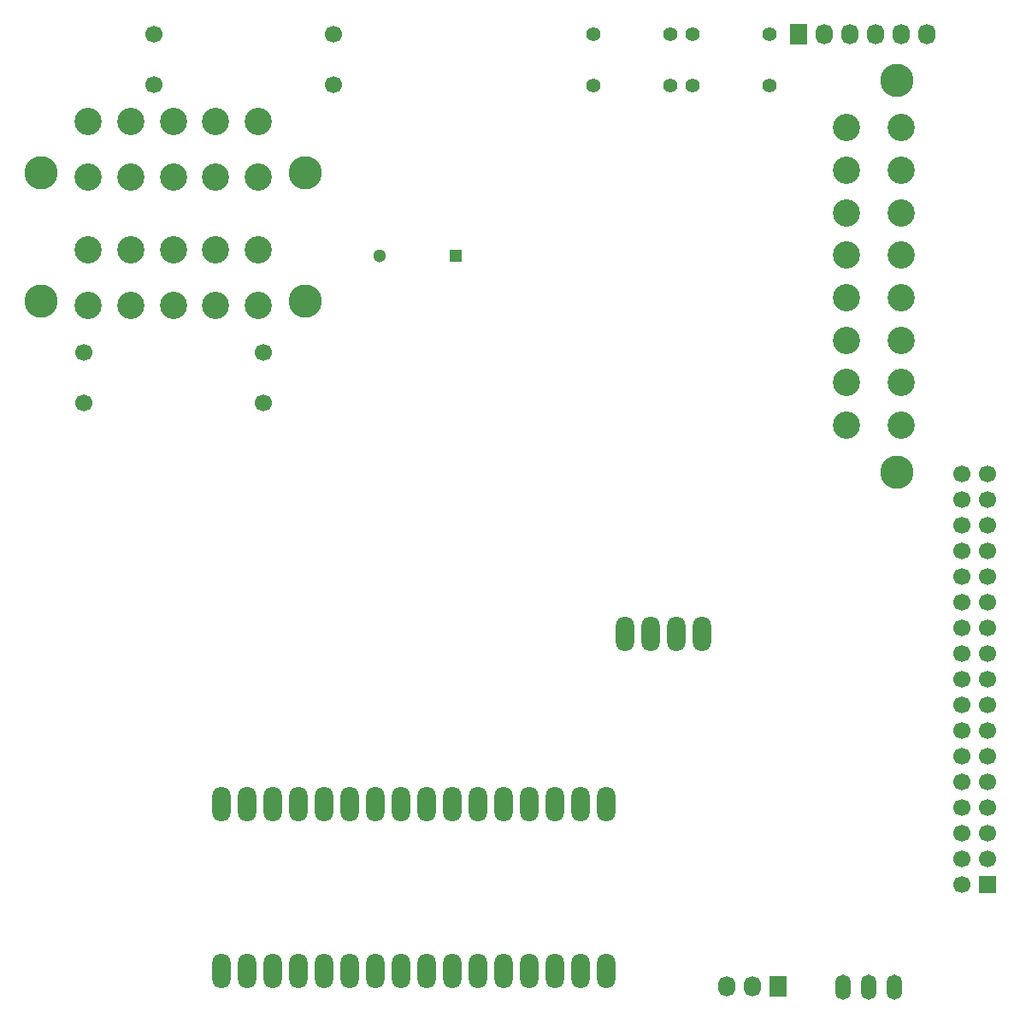
<source format=gbs>
%FSLAX46Y46*%
G04 Gerber Fmt 4.6, Leading zero omitted, Abs format (unit mm)*
G04 Created by KiCad (PCBNEW (2014-10-27 BZR 5228)-product) date 6/26/2015 11:48:30 AM*
%MOMM*%
G01*
G04 APERTURE LIST*
%ADD10C,0.100000*%
%ADD11R,1.300000X1.300000*%
%ADD12C,1.300000*%
%ADD13C,1.700000*%
%ADD14O,1.800860X3.500120*%
%ADD15R,1.727200X2.032000*%
%ADD16O,1.727200X2.032000*%
%ADD17C,2.700000*%
%ADD18C,3.300000*%
%ADD19O,1.501140X2.499360*%
%ADD20C,1.397000*%
%ADD21R,1.700000X1.700000*%
G04 APERTURE END LIST*
D10*
D11*
X99377500Y-104140000D03*
D12*
X91877500Y-104140000D03*
D13*
X62537500Y-113705000D03*
X62537500Y-118705000D03*
X80337500Y-118705000D03*
X80337500Y-113705000D03*
X69522500Y-82272500D03*
X69522500Y-87272500D03*
X87322500Y-87272500D03*
X87322500Y-82272500D03*
D14*
X116205000Y-141605000D03*
X118745000Y-141605000D03*
X121285000Y-141605000D03*
X123825000Y-141605000D03*
D15*
X131313679Y-176482250D03*
D16*
X128773679Y-176482250D03*
X126233679Y-176482250D03*
D17*
X71437500Y-90912500D03*
X71437500Y-96412500D03*
X75637500Y-90912500D03*
X75637500Y-96412500D03*
X79837500Y-90912500D03*
X79837500Y-96412500D03*
X67237500Y-96412500D03*
X67237500Y-90912500D03*
X63037500Y-96412500D03*
X63037500Y-90912500D03*
D18*
X84537500Y-95952500D03*
X58337500Y-95952500D03*
D17*
X71437500Y-103612500D03*
X71437500Y-109112500D03*
X75637500Y-103612500D03*
X75637500Y-109112500D03*
X79837500Y-103612500D03*
X79837500Y-109112500D03*
X67237500Y-109112500D03*
X67237500Y-103612500D03*
X63037500Y-109112500D03*
X63037500Y-103612500D03*
D18*
X84537500Y-108652500D03*
X58337500Y-108652500D03*
D17*
X138061250Y-112503750D03*
X143561250Y-112503750D03*
X138061250Y-108303750D03*
X143561250Y-108303750D03*
X138061250Y-104103750D03*
X143561250Y-104103750D03*
X143561250Y-116703750D03*
X138061250Y-116703750D03*
X143561250Y-120903750D03*
X138061250Y-120903750D03*
D18*
X143101250Y-86803750D03*
X143101250Y-125603750D03*
D17*
X138061250Y-99903750D03*
X143561250Y-99903750D03*
X138061250Y-95703750D03*
X143561250Y-95703750D03*
X143561250Y-91503750D03*
X138061250Y-91503750D03*
D14*
X76200000Y-158432500D03*
X78740000Y-158432500D03*
X81280000Y-158432500D03*
X83820000Y-158432500D03*
X86360000Y-158432500D03*
X88900000Y-158432500D03*
X91440000Y-158432500D03*
X93980000Y-158432500D03*
X96520000Y-158432500D03*
X99060000Y-158432500D03*
X101600000Y-158432500D03*
X104140000Y-158432500D03*
X106680000Y-158432500D03*
X109220000Y-158432500D03*
X111760000Y-158432500D03*
X114300000Y-158432500D03*
X76200000Y-174942500D03*
X78740000Y-174942500D03*
X81280000Y-174942500D03*
X83820000Y-174942500D03*
X86360000Y-174942500D03*
X88900000Y-174942500D03*
X91440000Y-174942500D03*
X93980000Y-174942500D03*
X96520000Y-174942500D03*
X99060000Y-174942500D03*
X101600000Y-174942500D03*
X104140000Y-174942500D03*
X106680000Y-174942500D03*
X109220000Y-174942500D03*
X111760000Y-174942500D03*
X114300000Y-174942500D03*
D15*
X133350000Y-82232500D03*
D16*
X135890000Y-82232500D03*
X138430000Y-82232500D03*
X140970000Y-82232500D03*
X143510000Y-82232500D03*
X146050000Y-82232500D03*
D19*
X140335000Y-176530000D03*
X142875000Y-176530000D03*
X137795000Y-176530000D03*
D20*
X130492500Y-82232500D03*
X130492500Y-87312500D03*
X122872500Y-82232500D03*
X122872500Y-87312500D03*
X120650000Y-82232500D03*
X120650000Y-87312500D03*
X113030000Y-82232500D03*
X113030000Y-87312500D03*
D21*
X152082500Y-166370000D03*
D13*
X149542500Y-166370000D03*
X152082500Y-163830000D03*
X149542500Y-163830000D03*
X152082500Y-161290000D03*
X149542500Y-161290000D03*
X152082500Y-158750000D03*
X149542500Y-158750000D03*
X152082500Y-156210000D03*
X149542500Y-156210000D03*
X152082500Y-153670000D03*
X149542500Y-153670000D03*
X152082500Y-151130000D03*
X149542500Y-151130000D03*
X152082500Y-148590000D03*
X149542500Y-148590000D03*
X152082500Y-146050000D03*
X149542500Y-146050000D03*
X152082500Y-143510000D03*
X149542500Y-143510000D03*
X152082500Y-140970000D03*
X149542500Y-140970000D03*
X152082500Y-138430000D03*
X149542500Y-138430000D03*
X152082500Y-135890000D03*
X149542500Y-135890000D03*
X152082500Y-133350000D03*
X149542500Y-133350000D03*
X152082500Y-130810000D03*
X149542500Y-130810000D03*
X152082500Y-128270000D03*
X149542500Y-128270000D03*
X152082500Y-125730000D03*
X149542500Y-125730000D03*
M02*

</source>
